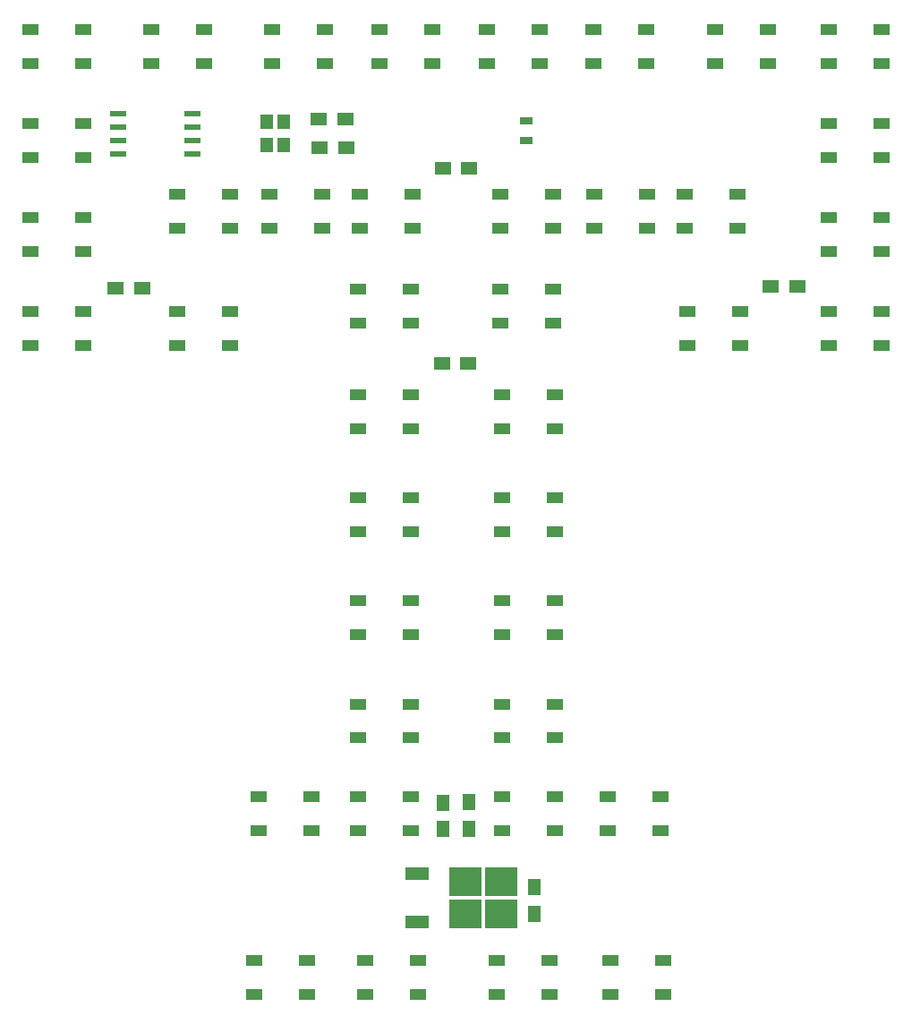
<source format=gbr>
G04 #@! TF.GenerationSoftware,KiCad,Pcbnew,(5.0.0)*
G04 #@! TF.CreationDate,2019-03-24T20:36:12-04:00*
G04 #@! TF.ProjectId,WS2812B Tiny T,575332383132422054696E7920542E6B,rev?*
G04 #@! TF.SameCoordinates,Original*
G04 #@! TF.FileFunction,Paste,Top*
G04 #@! TF.FilePolarity,Positive*
%FSLAX46Y46*%
G04 Gerber Fmt 4.6, Leading zero omitted, Abs format (unit mm)*
G04 Created by KiCad (PCBNEW (5.0.0)) date 03/24/19 20:36:12*
%MOMM*%
%LPD*%
G01*
G04 APERTURE LIST*
%ADD10R,1.600000X1.000000*%
%ADD11R,1.500000X1.250000*%
%ADD12R,1.250000X1.500000*%
%ADD13R,3.050000X2.750000*%
%ADD14R,2.200000X1.200000*%
%ADD15R,1.300000X0.700000*%
%ADD16R,1.550000X0.600000*%
%ADD17R,1.150000X1.400000*%
G04 APERTURE END LIST*
D10*
G04 #@! TO.C,U1*
X87162000Y-85712500D03*
X87162000Y-88912500D03*
X92162000Y-85712500D03*
X92162000Y-88912500D03*
G04 #@! TD*
G04 #@! TO.C,U2*
X92162000Y-80022500D03*
X92162000Y-76822500D03*
X87162000Y-80022500D03*
X87162000Y-76822500D03*
G04 #@! TD*
G04 #@! TO.C,U3*
X87162000Y-67932500D03*
X87162000Y-71132500D03*
X92162000Y-67932500D03*
X92162000Y-71132500D03*
G04 #@! TD*
G04 #@! TO.C,U4*
X92162000Y-62242500D03*
X92162000Y-59042500D03*
X87162000Y-62242500D03*
X87162000Y-59042500D03*
G04 #@! TD*
G04 #@! TO.C,U5*
X98592000Y-59042500D03*
X98592000Y-62242500D03*
X103592000Y-59042500D03*
X103592000Y-62242500D03*
G04 #@! TD*
G04 #@! TO.C,U6*
X115022000Y-62242500D03*
X115022000Y-59042500D03*
X110022000Y-62242500D03*
X110022000Y-59042500D03*
G04 #@! TD*
G04 #@! TO.C,U7*
X120182000Y-59042500D03*
X120182000Y-62242500D03*
X125182000Y-59042500D03*
X125182000Y-62242500D03*
G04 #@! TD*
G04 #@! TO.C,U8*
X135342000Y-62242500D03*
X135342000Y-59042500D03*
X130342000Y-62242500D03*
X130342000Y-59042500D03*
G04 #@! TD*
G04 #@! TO.C,U9*
X140462000Y-59042500D03*
X140462000Y-62242500D03*
X145462000Y-59042500D03*
X145462000Y-62242500D03*
G04 #@! TD*
G04 #@! TO.C,U10*
X156932000Y-62242500D03*
X156932000Y-59042500D03*
X151932000Y-62242500D03*
X151932000Y-59042500D03*
G04 #@! TD*
G04 #@! TO.C,U11*
X162727000Y-59042500D03*
X162727000Y-62242500D03*
X167727000Y-59042500D03*
X167727000Y-62242500D03*
G04 #@! TD*
G04 #@! TO.C,U12*
X167727000Y-71132500D03*
X167727000Y-67932500D03*
X162727000Y-71132500D03*
X162727000Y-67932500D03*
G04 #@! TD*
G04 #@! TO.C,U13*
X162727000Y-76822500D03*
X162727000Y-80022500D03*
X167727000Y-76822500D03*
X167727000Y-80022500D03*
G04 #@! TD*
G04 #@! TO.C,U15*
X154301000Y-88912500D03*
X154301000Y-85712500D03*
X149301000Y-88912500D03*
X149301000Y-85712500D03*
G04 #@! TD*
G04 #@! TO.C,U16*
X149098000Y-74622500D03*
X149098000Y-77822500D03*
X154098000Y-74622500D03*
X154098000Y-77822500D03*
G04 #@! TD*
G04 #@! TO.C,U17*
X145502000Y-77822500D03*
X145502000Y-74622500D03*
X140502000Y-77822500D03*
X140502000Y-74622500D03*
G04 #@! TD*
G04 #@! TO.C,U18*
X131612000Y-74622500D03*
X131612000Y-77822500D03*
X136612000Y-74622500D03*
X136612000Y-77822500D03*
G04 #@! TD*
G04 #@! TO.C,U19*
X136612000Y-86822500D03*
X136612000Y-83622500D03*
X131612000Y-86822500D03*
X131612000Y-83622500D03*
G04 #@! TD*
G04 #@! TO.C,U20*
X131812000Y-93622500D03*
X131812000Y-96822500D03*
X136812000Y-93622500D03*
X136812000Y-96822500D03*
G04 #@! TD*
G04 #@! TO.C,U21*
X131812000Y-103372500D03*
X131812000Y-106572500D03*
X136812000Y-103372500D03*
X136812000Y-106572500D03*
G04 #@! TD*
G04 #@! TO.C,U22*
X136812000Y-116322500D03*
X136812000Y-113122500D03*
X131812000Y-116322500D03*
X131812000Y-113122500D03*
G04 #@! TD*
G04 #@! TO.C,U23*
X131812000Y-122872500D03*
X131812000Y-126072500D03*
X136812000Y-122872500D03*
X136812000Y-126072500D03*
G04 #@! TD*
G04 #@! TO.C,U24*
X136812000Y-134822500D03*
X136812000Y-131622500D03*
X131812000Y-134822500D03*
X131812000Y-131622500D03*
G04 #@! TD*
G04 #@! TO.C,U25*
X141772000Y-131622500D03*
X141772000Y-134822500D03*
X146772000Y-131622500D03*
X146772000Y-134822500D03*
G04 #@! TD*
G04 #@! TO.C,U26*
X147062000Y-150322500D03*
X147062000Y-147122500D03*
X142062000Y-150322500D03*
X142062000Y-147122500D03*
G04 #@! TD*
G04 #@! TO.C,U27*
X131312000Y-147122500D03*
X131312000Y-150322500D03*
X136312000Y-147122500D03*
X136312000Y-150322500D03*
G04 #@! TD*
G04 #@! TO.C,U28*
X123812000Y-150322500D03*
X123812000Y-147122500D03*
X118812000Y-150322500D03*
X118812000Y-147122500D03*
G04 #@! TD*
G04 #@! TO.C,U29*
X108312000Y-147122500D03*
X108312000Y-150322500D03*
X113312000Y-147122500D03*
X113312000Y-150322500D03*
G04 #@! TD*
G04 #@! TO.C,U30*
X113812000Y-134822500D03*
X113812000Y-131622500D03*
X108812000Y-134822500D03*
X108812000Y-131622500D03*
G04 #@! TD*
G04 #@! TO.C,U31*
X118142000Y-131622500D03*
X118142000Y-134822500D03*
X123142000Y-131622500D03*
X123142000Y-134822500D03*
G04 #@! TD*
G04 #@! TO.C,U32*
X123142000Y-126072500D03*
X123142000Y-122872500D03*
X118142000Y-126072500D03*
X118142000Y-122872500D03*
G04 #@! TD*
G04 #@! TO.C,U33*
X118142000Y-113122500D03*
X118142000Y-116322500D03*
X123142000Y-113122500D03*
X123142000Y-116322500D03*
G04 #@! TD*
G04 #@! TO.C,U34*
X123142000Y-106572500D03*
X123142000Y-103372500D03*
X118142000Y-106572500D03*
X118142000Y-103372500D03*
G04 #@! TD*
G04 #@! TO.C,U35*
X118142000Y-93622500D03*
X118142000Y-96822500D03*
X123142000Y-93622500D03*
X123142000Y-96822500D03*
G04 #@! TD*
G04 #@! TO.C,U36*
X123142000Y-86822500D03*
X123142000Y-83622500D03*
X118142000Y-86822500D03*
X118142000Y-83622500D03*
G04 #@! TD*
G04 #@! TO.C,U37*
X118312000Y-74622500D03*
X118312000Y-77822500D03*
X123312000Y-74622500D03*
X123312000Y-77822500D03*
G04 #@! TD*
G04 #@! TO.C,U38*
X114812000Y-77822500D03*
X114812000Y-74622500D03*
X109812000Y-77822500D03*
X109812000Y-74622500D03*
G04 #@! TD*
G04 #@! TO.C,U39*
X101062000Y-74622500D03*
X101062000Y-77822500D03*
X106062000Y-74622500D03*
X106062000Y-77822500D03*
G04 #@! TD*
G04 #@! TO.C,U14*
X162687000Y-85712500D03*
X162687000Y-88912500D03*
X167687000Y-85712500D03*
X167687000Y-88912500D03*
G04 #@! TD*
D11*
G04 #@! TO.C,C1*
X114554000Y-70231000D03*
X117054000Y-70231000D03*
G04 #@! TD*
G04 #@! TO.C,C2*
X116990500Y-67564000D03*
X114490500Y-67564000D03*
G04 #@! TD*
D12*
G04 #@! TO.C,C3*
X134874000Y-140195500D03*
X134874000Y-142695500D03*
G04 #@! TD*
D11*
G04 #@! TO.C,C4*
X128687000Y-72174100D03*
X126187000Y-72174100D03*
G04 #@! TD*
G04 #@! TO.C,C5*
X97770000Y-83553300D03*
X95270000Y-83553300D03*
G04 #@! TD*
G04 #@! TO.C,C6*
X128626000Y-90614500D03*
X126126000Y-90614500D03*
G04 #@! TD*
G04 #@! TO.C,C7*
X157246000Y-83400900D03*
X159746000Y-83400900D03*
G04 #@! TD*
D12*
G04 #@! TO.C,C8*
X126187000Y-134688500D03*
X126187000Y-132188500D03*
G04 #@! TD*
G04 #@! TO.C,C9*
X128701000Y-132169500D03*
X128701000Y-134669500D03*
G04 #@! TD*
D10*
G04 #@! TO.C,U40*
X101062000Y-85722500D03*
X101062000Y-88922500D03*
X106062000Y-85722500D03*
X106062000Y-88922500D03*
G04 #@! TD*
D13*
G04 #@! TO.C,U41*
X128373000Y-142736500D03*
X131723000Y-139686500D03*
X128373000Y-139686500D03*
X131723000Y-142736500D03*
D14*
X123748000Y-143491500D03*
X123748000Y-138931500D03*
G04 #@! TD*
D15*
G04 #@! TO.C,R1*
X134112000Y-69603700D03*
X134112000Y-67703700D03*
G04 #@! TD*
D16*
G04 #@! TO.C,MCU1*
X102489000Y-70866000D03*
X102489000Y-69596000D03*
X102489000Y-68326000D03*
X102489000Y-67056000D03*
X95489000Y-67056000D03*
X95489000Y-68326000D03*
X95489000Y-69596000D03*
X95489000Y-70861000D03*
G04 #@! TD*
D17*
G04 #@! TO.C,Y1*
X109537500Y-70018000D03*
X109537500Y-67818000D03*
X111137500Y-67818000D03*
X111137500Y-70018000D03*
G04 #@! TD*
M02*

</source>
